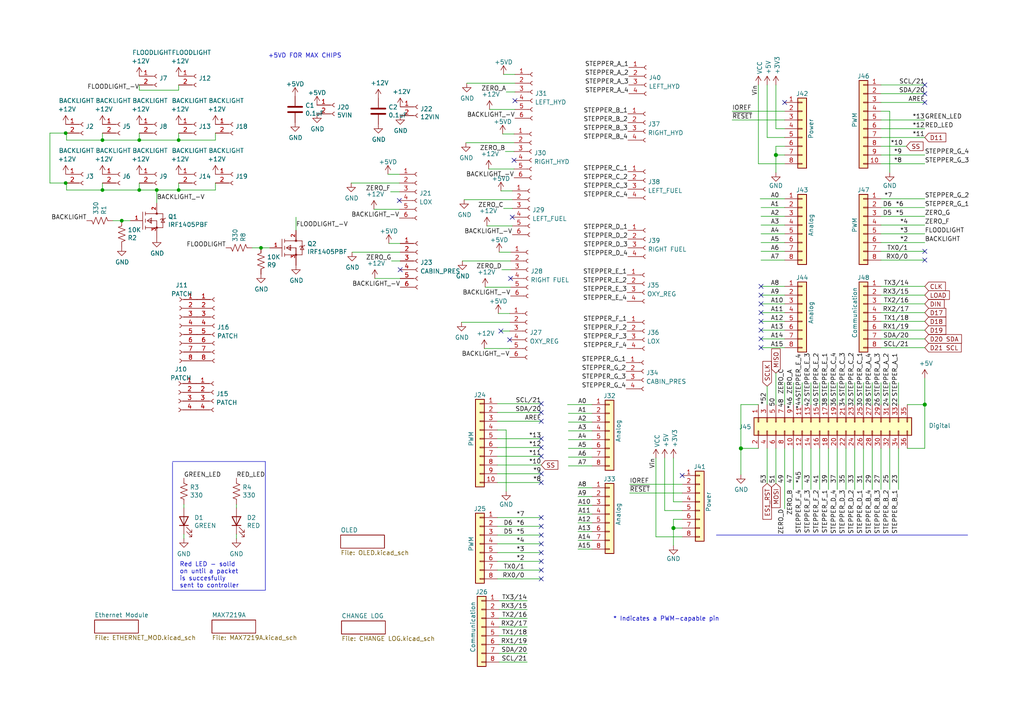
<source format=kicad_sch>
(kicad_sch (version 20231120) (generator "eeschema") (generator_version "8.0")
  (paper "A4")
  (title_block (date "mar. 31 mars 2015"))
  (junction (at 35.306 64.008))
  (junction (at 214.884 130.048) (diameter 1.016))
  (junction (at 19.05 38.608))
  (junction (at 19.05 53.086))
  (junction (at 51.816 40.64))
  (junction (at 225.044 44.958) (diameter 1.016))
  (junction (at 51.816 55.118))
  (junction (at 29.718 55.118))
  (junction (at 29.718 40.64))
  (junction (at 45.466 55.118))
  (junction (at 40.386 40.64))
  (junction (at 75.692 71.882))
  (junction (at 40.386 55.118))
  (junction (at 195.326 153.162) (diameter 1.016))
  (junction (at 268.224 117.348) (diameter 1.016))
  (no_connect (at 156.972 167.894))
  (no_connect (at 156.972 162.814))
  (no_connect (at 156.972 117.094))
  (no_connect (at 156.972 165.354))
  (no_connect (at 145.288 96.012))
  (no_connect (at 148.082 80.772))
  (no_connect (at 147.828 98.552))
  (no_connect (at 115.824 58.166))
  (no_connect (at 148.59 62.992))
  (no_connect (at 149.352 29.21))
  (no_connect (at 149.098 46.482))
  (no_connect (at 156.972 129.794))
  (no_connect (at 156.972 122.174))
  (no_connect (at 156.972 132.334))
  (no_connect (at 156.972 139.954))
  (no_connect (at 220.726 83.058))
  (no_connect (at 220.726 85.598))
  (no_connect (at 220.726 88.138))
  (no_connect (at 220.726 90.678))
  (no_connect (at 220.726 93.218))
  (no_connect (at 220.726 95.758))
  (no_connect (at 220.726 98.298))
  (no_connect (at 220.726 100.838))
  (no_connect (at 156.972 152.654))
  (no_connect (at 156.972 119.634))
  (no_connect (at 156.972 137.414))
  (no_connect (at 156.972 150.114))
  (no_connect (at 116.078 78.232))
  (no_connect (at 197.866 137.922))
  (no_connect (at 156.972 160.274))
  (no_connect (at 156.972 155.194))
  (no_connect (at 156.972 127.254))
  (no_connect (at 227.584 29.718))
  (no_connect (at 268.224 29.718))
  (no_connect (at 268.224 27.178))
  (no_connect (at 268.224 24.638))
  (no_connect (at 268.224 72.898))
  (no_connect (at 268.224 75.438))
  (no_connect (at 156.972 157.734))
  (wire (pts (xy 255.524 75.438) (xy 268.224 75.438)))
  (wire (pts (xy 255.524 42.418) (xy 262.89 42.418)))
  (wire (pts (xy 220.472 57.658) (xy 227.584 57.658)))
  (polyline (pts (xy 76.962 171.196) (xy 76.962 133.858)))
  (wire (pts (xy 135.128 41.402) (xy 149.098 41.402)))
  (wire (pts (xy 144.272 167.894) (xy 156.972 167.894)))
  (wire (pts (xy 112.776 70.612) (xy 116.078 70.612)))
  (wire (pts (xy 220.726 62.738) (xy 227.584 62.738)))
  (wire (pts (xy 190.246 155.702) (xy 190.246 132.842)))
  (wire (pts (xy 237.744 110.998) (xy 237.744 117.348)))
  (wire (pts (xy 227.584 130.048) (xy 227.584 147.574)))
  (wire (pts (xy 40.386 24.638) (xy 40.386 26.162)))
  (wire (pts (xy 220.726 83.058) (xy 227.584 83.058)))
  (wire (pts (xy 255.524 24.638) (xy 268.224 24.638)))
  (wire (pts (xy 62.484 55.118) (xy 51.816 55.118)))
  (polyline (pts (xy 50.038 133.858) (xy 76.962 133.858)))
  (wire (pts (xy 220.726 100.838) (xy 227.584 100.838)))
  (wire (pts (xy 146.812 124.714) (xy 146.812 142.494)))
  (wire (pts (xy 144.272 160.274) (xy 156.972 160.274)))
  (wire (pts (xy 268.224 117.348) (xy 268.224 130.048)))
  (wire (pts (xy 219.964 117.348) (xy 214.884 117.348)))
  (wire (pts (xy 220.726 90.678) (xy 227.584 90.678)))
  (wire (pts (xy 164.846 130.048) (xy 171.704 130.048)))
  (wire (pts (xy 134.112 75.692) (xy 148.082 75.692)))
  (wire (pts (xy 245.364 110.998) (xy 245.364 117.348)))
  (wire (pts (xy 45.466 55.118) (xy 40.386 55.118)))
  (wire (pts (xy 255.524 88.138) (xy 268.224 88.138)))
  (wire (pts (xy 225.044 42.418) (xy 225.044 44.958)))
  (wire (pts (xy 220.726 75.438) (xy 227.584 75.438)))
  (wire (pts (xy 242.824 130.048) (xy 242.824 141.986)))
  (wire (pts (xy 164.846 135.128) (xy 171.704 135.128)))
  (wire (pts (xy 197.866 155.702) (xy 190.246 155.702)))
  (wire (pts (xy 225.044 108.204) (xy 225.044 117.348)))
  (wire (pts (xy 144.272 132.334) (xy 156.972 132.334)))
  (wire (pts (xy 146.558 43.942) (xy 149.098 43.942)))
  (wire (pts (xy 225.044 44.958) (xy 225.044 50.038)))
  (wire (pts (xy 167.64 154.178) (xy 171.704 154.178)))
  (wire (pts (xy 255.524 130.048) (xy 255.524 141.986)))
  (wire (pts (xy 182.626 140.462) (xy 197.866 140.462)))
  (wire (pts (xy 225.044 37.338) (xy 227.584 37.338)))
  (wire (pts (xy 144.272 137.414) (xy 156.972 137.414)))
  (wire (pts (xy 73.152 71.882) (xy 75.692 71.882)))
  (wire (pts (xy 182.626 143.002) (xy 197.866 143.002)))
  (wire (pts (xy 222.504 39.878) (xy 227.584 39.878)))
  (wire (pts (xy 245.364 130.048) (xy 245.364 141.986)))
  (wire (pts (xy 140.462 101.092) (xy 147.828 101.092)))
  (wire (pts (xy 53.34 146.304) (xy 53.34 147.32)))
  (wire (pts (xy 222.504 24.638) (xy 222.504 39.878)))
  (wire (pts (xy 35.306 64.008) (xy 37.846 64.008)))
  (wire (pts (xy 230.124 130.048) (xy 230.124 141.986)))
  (polyline (pts (xy 50.038 134.112) (xy 50.038 171.196)))
  (wire (pts (xy 252.984 130.048) (xy 252.984 141.986)))
  (wire (pts (xy 101.854 53.086) (xy 115.824 53.086)))
  (wire (pts (xy 220.726 72.898) (xy 227.584 72.898)))
  (wire (pts (xy 113.284 55.626) (xy 115.824 55.626)))
  (wire (pts (xy 144.272 152.654) (xy 156.972 152.654)))
  (wire (pts (xy 255.524 34.798) (xy 268.224 34.798)))
  (wire (pts (xy 220.726 98.298) (xy 227.584 98.298)))
  (wire (pts (xy 225.044 24.638) (xy 225.044 37.338)))
  (wire (pts (xy 220.726 88.138) (xy 227.584 88.138)))
  (wire (pts (xy 255.524 57.658) (xy 268.224 57.658)))
  (wire (pts (xy 14.478 53.086) (xy 19.05 53.086)))
  (wire (pts (xy 255.524 37.338) (xy 268.224 37.338)))
  (wire (pts (xy 255.524 60.198) (xy 268.224 60.198)))
  (wire (pts (xy 135.382 24.13) (xy 149.352 24.13)))
  (wire (pts (xy 144.78 174.244) (xy 152.908 174.244)))
  (wire (pts (xy 144.272 119.634) (xy 156.972 119.634)))
  (wire (pts (xy 167.64 144.018) (xy 171.704 144.018)))
  (wire (pts (xy 164.846 122.428) (xy 171.704 122.428)))
  (wire (pts (xy 192.786 132.842) (xy 192.786 148.082)))
  (wire (pts (xy 195.326 132.842) (xy 195.326 145.542)))
  (wire (pts (xy 255.524 95.758) (xy 268.224 95.758)))
  (wire (pts (xy 195.326 150.622) (xy 195.326 153.162)))
  (wire (pts (xy 141.224 65.532) (xy 148.59 65.532)))
  (wire (pts (xy 32.766 64.008) (xy 35.306 64.008)))
  (wire (pts (xy 144.78 179.324) (xy 152.908 179.324)))
  (wire (pts (xy 164.846 127.508) (xy 171.704 127.508)))
  (wire (pts (xy 167.64 149.098) (xy 171.704 149.098)))
  (wire (pts (xy 112.522 50.546) (xy 115.824 50.546)))
  (wire (pts (xy 144.272 124.714) (xy 146.812 124.714)))
  (wire (pts (xy 214.884 117.348) (xy 214.884 130.048)))
  (wire (pts (xy 62.484 40.64) (xy 51.816 40.64)))
  (wire (pts (xy 219.964 130.048) (xy 214.884 130.048)))
  (wire (pts (xy 29.718 53.086) (xy 29.718 55.118)))
  (wire (pts (xy 141.732 49.022) (xy 149.098 49.022)))
  (wire (pts (xy 232.664 110.998) (xy 232.664 117.348)))
  (wire (pts (xy 255.524 44.958) (xy 268.224 44.958)))
  (wire (pts (xy 144.272 165.354) (xy 156.972 165.354)))
  (wire (pts (xy 220.726 67.818) (xy 227.584 67.818)))
  (wire (pts (xy 144.272 157.734) (xy 156.972 157.734)))
  (wire (pts (xy 235.204 110.998) (xy 235.204 117.348)))
  (wire (pts (xy 232.664 130.048) (xy 232.664 141.986)))
  (wire (pts (xy 250.444 130.048) (xy 250.444 141.986)))
  (wire (pts (xy 146.05 21.59) (xy 149.352 21.59)))
  (wire (pts (xy 255.524 65.278) (xy 268.224 65.278)))
  (wire (pts (xy 51.816 26.162) (xy 40.386 26.162)))
  (wire (pts (xy 242.824 110.998) (xy 242.824 117.348)))
  (wire (pts (xy 237.744 130.048) (xy 237.744 141.986)))
  (wire (pts (xy 146.812 26.67) (xy 149.352 26.67)))
  (wire (pts (xy 144.272 129.794) (xy 156.972 129.794)))
  (wire (pts (xy 220.726 70.358) (xy 227.584 70.358)))
  (wire (pts (xy 195.326 153.162) (xy 195.326 158.242)))
  (wire (pts (xy 212.344 32.258) (xy 227.584 32.258)))
  (wire (pts (xy 45.466 55.118) (xy 45.466 58.928)))
  (wire (pts (xy 144.78 176.784) (xy 152.908 176.784)))
  (wire (pts (xy 75.692 71.882) (xy 78.232 71.882)))
  (wire (pts (xy 197.866 150.622) (xy 195.326 150.622)))
  (wire (pts (xy 145.288 96.012) (xy 147.828 96.012)))
  (wire (pts (xy 167.64 156.718) (xy 171.704 156.718)))
  (wire (pts (xy 255.524 85.598) (xy 268.224 85.598)))
  (wire (pts (xy 268.224 109.728) (xy 268.224 117.348)))
  (wire (pts (xy 68.58 154.94) (xy 68.58 156.21)))
  (wire (pts (xy 258.064 32.258) (xy 258.064 50.038)))
  (wire (pts (xy 62.484 38.608) (xy 62.484 40.64)))
  (wire (pts (xy 144.272 162.814) (xy 156.972 162.814)))
  (wire (pts (xy 255.524 100.838) (xy 268.224 100.838)))
  (wire (pts (xy 14.478 38.608) (xy 19.05 38.608)))
  (wire (pts (xy 144.78 73.152) (xy 148.082 73.152)))
  (wire (pts (xy 167.64 159.258) (xy 171.704 159.258)))
  (wire (pts (xy 144.78 192.024) (xy 152.908 192.024)))
  (wire (pts (xy 255.524 29.718) (xy 268.224 29.718)))
  (wire (pts (xy 167.64 141.478) (xy 171.704 141.478)))
  (wire (pts (xy 263.144 117.348) (xy 268.224 117.348)))
  (wire (pts (xy 145.542 78.232) (xy 148.082 78.232)))
  (wire (pts (xy 260.604 110.998) (xy 260.604 117.348)))
  (wire (pts (xy 255.524 93.218) (xy 268.224 93.218)))
  (wire (pts (xy 220.726 65.278) (xy 227.584 65.278)))
  (wire (pts (xy 51.816 53.086) (xy 51.816 55.118)))
  (wire (pts (xy 14.478 38.608) (xy 14.478 53.086)))
  (wire (pts (xy 68.58 146.304) (xy 68.58 147.32)))
  (wire (pts (xy 144.78 186.944) (xy 152.908 186.944)))
  (wire (pts (xy 220.726 95.758) (xy 227.584 95.758)))
  (wire (pts (xy 40.386 40.64) (xy 51.816 40.64)))
  (wire (pts (xy 19.05 53.086) (xy 19.304 53.086)))
  (wire (pts (xy 167.64 151.638) (xy 171.704 151.638)))
  (wire (pts (xy 212.344 34.798) (xy 227.584 34.798)))
  (wire (pts (xy 146.05 60.452) (xy 148.59 60.452)))
  (wire (pts (xy 255.524 83.058) (xy 268.224 83.058)))
  (wire (pts (xy 227.584 44.958) (xy 225.044 44.958)))
  (wire (pts (xy 164.592 117.348) (xy 171.704 117.348)))
  (wire (pts (xy 145.288 55.372) (xy 148.59 55.372)))
  (wire (pts (xy 40.386 40.64) (xy 29.718 40.64)))
  (wire (pts (xy 258.064 110.998) (xy 258.064 117.348)))
  (wire (pts (xy 144.272 155.194) (xy 156.972 155.194)))
  (wire (pts (xy 195.326 145.542) (xy 197.866 145.542)))
  (wire (pts (xy 250.444 110.998) (xy 250.444 117.348)))
  (wire (pts (xy 29.718 40.64) (xy 19.304 40.64)))
  (wire (pts (xy 19.304 55.118) (xy 19.304 53.086)))
  (wire (pts (xy 40.386 38.608) (xy 40.386 40.64)))
  (polyline (pts (xy 50.038 171.196) (xy 76.962 171.196)))
  (wire (pts (xy 144.526 90.932) (xy 147.828 90.932)))
  (wire (pts (xy 144.272 150.114) (xy 156.972 150.114)))
  (wire (pts (xy 85.852 62.992) (xy 85.852 66.802)))
  (wire (pts (xy 220.726 60.198) (xy 227.584 60.198)))
  (wire (pts (xy 255.524 110.998) (xy 255.524 117.348)))
  (wire (pts (xy 145.796 38.862) (xy 149.098 38.862)))
  (wire (pts (xy 227.584 47.498) (xy 219.964 47.498)))
  (wire (pts (xy 222.504 112.014) (xy 222.504 117.348)))
  (wire (pts (xy 220.726 85.598) (xy 227.584 85.598)))
  (wire (pts (xy 230.124 110.998) (xy 230.124 117.348)))
  (wire (pts (xy 141.986 31.75) (xy 149.352 31.75)))
  (wire (pts (xy 225.044 130.048) (xy 225.044 140.208)))
  (wire (pts (xy 247.904 110.998) (xy 247.904 117.348)))
  (wire (pts (xy 247.904 130.048) (xy 247.904 141.986)))
  (wire (pts (xy 40.386 53.086) (xy 40.386 55.118)))
  (wire (pts (xy 164.846 132.588) (xy 171.704 132.588)))
  (wire (pts (xy 144.78 181.864) (xy 152.908 181.864)))
  (wire (pts (xy 29.718 38.608) (xy 29.718 40.64)))
  (wire (pts (xy 144.272 127.254) (xy 156.972 127.254)))
  (wire (pts (xy 222.504 130.048) (xy 222.504 140.208)))
  (wire (pts (xy 255.524 90.678) (xy 268.224 90.678)))
  (wire (pts (xy 255.524 32.258) (xy 258.064 32.258)))
  (wire (pts (xy 240.284 130.048) (xy 240.284 141.986)))
  (wire (pts (xy 29.718 55.118) (xy 19.304 55.118)))
  (wire (pts (xy 220.726 93.218) (xy 227.584 93.218)))
  (wire (pts (xy 227.584 42.418) (xy 225.044 42.418)))
  (wire (pts (xy 144.272 117.094) (xy 156.972 117.094)))
  (wire (pts (xy 51.816 38.608) (xy 51.816 40.64)))
  (wire (pts (xy 62.484 53.086) (xy 62.484 55.118)))
  (wire (pts (xy 144.78 184.404) (xy 152.908 184.404)))
  (wire (pts (xy 255.524 39.878) (xy 268.224 39.878)))
  (wire (pts (xy 51.816 24.638) (xy 51.816 26.162)))
  (wire (pts (xy 197.866 153.162) (xy 195.326 153.162)))
  (wire (pts (xy 144.272 139.954) (xy 156.972 139.954)))
  (wire (pts (xy 255.524 62.738) (xy 268.224 62.738)))
  (wire (pts (xy 144.78 189.484) (xy 152.908 189.484)))
  (wire (pts (xy 40.386 55.118) (xy 29.718 55.118)))
  (wire (pts (xy 164.846 124.968) (xy 171.704 124.968)))
  (wire (pts (xy 19.05 38.608) (xy 19.304 38.608)))
  (wire (pts (xy 255.524 98.298) (xy 268.224 98.298)))
  (wire (pts (xy 19.304 40.64) (xy 19.304 38.608)))
  (wire (pts (xy 134.62 57.912) (xy 148.59 57.912)))
  (wire (pts (xy 108.458 60.706) (xy 115.824 60.706)))
  (wire (pts (xy 268.224 130.048) (xy 263.144 130.048)))
  (wire (pts (xy 227.584 110.998) (xy 227.584 117.348)))
  (wire (pts (xy 140.716 83.312) (xy 148.082 83.312)))
  (wire (pts (xy 102.108 73.152) (xy 116.078 73.152)))
  (wire (pts (xy 51.816 55.118) (xy 45.466 55.118)))
  (wire (pts (xy 260.604 130.048) (xy 260.604 141.986)))
  (wire (pts (xy 255.524 27.178) (xy 268.224 27.178)))
  (wire (pts (xy 258.064 130.048) (xy 258.064 141.986)))
  (wire (pts (xy 255.524 70.358) (xy 268.224 70.358)))
  (wire (pts (xy 252.984 110.998) (xy 252.984 117.348)))
  (polyline (pts (xy 207.772 155.194) (xy 280.67 155.194)))
  (wire (pts (xy 255.524 67.818) (xy 268.224 67.818)))
  (wire (pts (xy 164.846 119.888) (xy 171.704 119.888)))
  (wire (pts (xy 108.712 80.772) (xy 116.078 80.772)))
  (wire (pts (xy 235.204 130.048) (xy 235.204 141.986)))
  (wire (pts (xy 113.538 75.692) (xy 116.078 75.692)))
  (wire (pts (xy 167.64 146.558) (xy 171.704 146.558)))
  (wire (pts (xy 255.524 72.898) (xy 268.224 72.898)))
  (wire (pts (xy 144.272 122.174) (xy 156.972 122.174)))
  (wire (pts (xy 219.964 47.498) (xy 219.964 24.638)))
  (wire (pts (xy 214.884 130.048) (xy 214.884 137.668)))
  (wire (pts (xy 144.272 134.874) (xy 156.972 134.874)))
  (wire (pts (xy 192.786 148.082) (xy 197.866 148.082)))
  (wire (pts (xy 53.34 154.94) (xy 53.34 156.21)))
  (wire (pts (xy 240.284 110.998) (xy 240.284 117.348)))
  (wire (pts (xy 133.858 93.472) (xy 147.828 93.472)))
  (wire (pts (xy 255.524 47.498) (xy 268.224 47.498)))
  (text "Red LED - solid\non until a packet\nis succesfully \nsent to controller" (at 52.07 170.688 0) (effects (font (size 1.27 1.27)) (justify left bottom)))
  (text "+5VD FOR MAX CHIPS" (at 77.724 17.018 0) (effects (font (size 1.27 1.27)) (justify left bottom)))
  (text "* Indicates a PWM-capable pin" (at 177.8 180.34 0) (effects (font (size 1.27 1.27)) (justify left bottom)))
  (label "A10" (at 223.52 88.138 0))
  (label "STEPPER_G_2" (at 268.224 57.658 0))
  (label "*6" (at 152.146 152.654 180))
  (label "RX0{slash}0" (at 263.398 75.438 180))
  (label "A15" (at 223.52 100.838 0))
  (label "D6" (at 146.05 152.654 0))
  (label "STEPPER_G_1" (at 181.61 105.156 180))
  (label "A2" (at 223.52 62.738 0))
  (label "RX2{slash}17" (at 263.652 90.678 180))
  (label "ZERO_A" (at 146.812 26.67 180))
  (label "STEPPER_F_2" (at 181.864 96.012 180))
  (label "A10" (at 167.64 146.558 0))
  (label "*4" (at 263.398 65.278 180))
  (label "*8" (at 156.972 139.954 180))
  (label "D5" (at 256.032 62.738 0))
  (label "A9" (at 167.64 144.018 0))
  (label "STEPPER_D_4" (at 242.824 141.986 270))
  (label "RX3{slash}15" (at 152.908 176.784 180))
  (label "STEPPER_E_4" (at 181.864 87.376 180))
  (label "ZERO_G" (at 113.538 75.692 180))
  (label "STEPPER_A_1" (at 182.372 19.558 180))
  (label "SDA{slash}20" (at 263.652 98.298 180))
  (label "26" (at 255.524 115.316 270))
  (label "FLOODLIGHT_-V" (at 40.386 26.162 180))
  (label "STEPPER_E_1" (at 181.864 79.756 180))
  (label "STEPPER_G_3" (at 268.224 47.498 0))
  (label "RX1{slash}19" (at 152.908 186.944 180))
  (label "31" (at 250.444 140.208 90))
  (label "*2" (at 152.146 162.814 180))
  (label "22" (at 260.604 115.316 270))
  (label "STEPPER_G_4" (at 268.224 44.958 0))
  (label "33" (at 247.904 140.208 90))
  (label "36" (at 242.824 115.316 270))
  (label "*2" (at 263.398 70.358 180))
  (label "Vin" (at 190.246 132.842 270))
  (label "BACKLIGHT" (at 25.146 64.008 180))
  (label "*13" (at 156.972 127.254 180))
  (label "STEPPER_B_4" (at 252.984 141.986 270))
  (label "TX1{slash}18" (at 263.652 93.218 180))
  (label "A4" (at 167.64 127.508 0))
  (label "*44" (at 232.664 115.062 270))
  (label "A3" (at 223.52 65.278 0))
  (label "STEPPER_F_3" (at 235.204 141.986 270))
  (label "*5" (at 152.146 155.194 180))
  (label "*13" (at 268.224 34.798 180))
  (label "GREEN_LED" (at 268.224 34.798 0))
  (label "STEPPER_E_3" (at 181.864 84.836 180))
  (label "STEPPER_E_2" (at 181.864 82.296 180))
  (label "STEPPER_A_3" (at 182.372 24.638 180))
  (label "STEPPER_D_3" (at 182.118 71.882 180))
  (label "STEPPER_A_3" (at 255.524 115.062 90))
  (label "*52" (at 222.504 113.792 270))
  (label "BACKLIGHT" (at 268.224 70.358 0))
  (label "*12" (at 268.224 37.338 180))
  (label "STEPPER_C_4" (at 182.118 57.404 180))
  (label "ZERO_D" (at 227.584 147.574 270))
  (label "40" (at 237.744 115.316 270))
  (label "*10" (at 156.972 134.874 180))
  (label "STEPPER_C_2" (at 247.904 115.062 90))
  (label "STEPPER_B_2" (at 258.064 141.986 270))
  (label "RED_LED" (at 68.58 138.684 0))
  (label "~{RESET}" (at 212.344 34.798 0))
  (label "D6" (at 256.032 60.198 0))
  (label "BACKLIGHT_-V" (at 147.828 103.632 180))
  (label "STEPPER_C_3" (at 182.118 54.864 180))
  (label "ZERO_A" (at 230.124 114.3 90))
  (label "ZERO_G" (at 268.224 62.738 0))
  (label "BACKLIGHT_-V" (at 116.078 83.312 180))
  (label "35" (at 245.364 140.208 90))
  (label "A5" (at 167.64 130.048 0))
  (label "STEPPER_C_4" (at 242.824 115.062 90))
  (label "*10" (at 261.874 42.418 180))
  (label "STEPPER_F_3" (at 181.864 98.552 180))
  (label "STEPPER_F_2" (at 237.744 141.986 270))
  (label "BACKLIGHT_-V" (at 149.352 34.29 180))
  (label "*4" (at 152.146 157.734 180))
  (label "D5" (at 146.05 155.194 0))
  (label "STEPPER_F_4" (at 181.864 101.092 180))
  (label "BACKLIGHT_-V" (at 45.466 58.166 0))
  (label "*12" (at 156.972 129.794 180))
  (label "STEPPER_A_4" (at 252.984 115.062 90))
  (label "STEPPER_G_4" (at 181.61 112.776 180))
  (label "BACKLIGHT_-V" (at 148.082 85.852 180))
  (label "ZERO_B" (at 146.558 43.942 180))
  (label "STEPPER_B_3" (at 182.118 38.1 180))
  (label "28" (at 252.984 115.316 270))
  (label "STEPPER_C_2" (at 182.118 52.324 180))
  (label "STEPPER_D_1" (at 182.118 66.802 180))
  (label "A1" (at 167.64 119.888 0))
  (label "TX3{slash}14" (at 152.908 174.244 180))
  (label "ZERO_C" (at 227.584 114.3 90))
  (label "*9" (at 156.972 137.414 180))
  (label "23" (at 260.604 140.208 90))
  (label "STEPPER_D_2" (at 182.118 69.342 180))
  (label "STEPPER_C_3" (at 245.364 115.062 90))
  (label "A15" (at 167.64 159.258 0))
  (label "A0" (at 167.64 117.348 0))
  (label "SCL{slash}21" (at 152.908 192.024 180))
  (label "ZERO_F" (at 113.284 55.626 180))
  (label "29" (at 252.984 140.208 90))
  (label "STEPPER_E_4" (at 232.664 115.316 90))
  (label "A13" (at 223.52 95.758 0))
  (label "SDA{slash}20" (at 156.972 119.634 180))
  (label "BACKLIGHT_-V" (at 115.824 63.246 180))
  (label "STEPPER_C_1" (at 182.118 49.784 180))
  (label "41" (at 237.744 140.208 90))
  (label "30" (at 250.444 115.316 270))
  (label "47" (at 230.124 140.208 90))
  (label "STEPPER_F_1" (at 181.864 93.472 180))
  (label "34" (at 245.364 115.316 270))
  (label "*45" (at 232.664 140.208 90))
  (label "STEPPER_B_1" (at 260.604 141.986 270))
  (label "STEPPER_D_3" (at 245.364 141.986 270))
  (label "38" (at 240.284 115.316 270))
  (label "A12" (at 167.64 151.638 0))
  (label "51" (at 225.044 140.208 90))
  (label "STEPPER_B_1" (at 182.118 33.02 180))
  (label "STEPPER_F_1" (at 240.284 141.986 270))
  (label "*7" (at 258.826 57.658 180))
  (label "SDA{slash}20" (at 268.224 27.178 180))
  (label "*8" (at 261.62 47.498 180))
  (label "STEPPER_C_1" (at 250.444 115.062 90))
  (label "STEPPER_G_3" (at 181.61 110.236 180))
  (label "RX2{slash}17" (at 152.908 181.864 180))
  (label "A9" (at 223.52 85.598 0))
  (label "RX0{slash}0" (at 152.146 167.894 180))
  (label "*11" (at 268.224 39.878 180))
  (label "*3" (at 263.398 67.818 180))
  (label "STEPPER_D_2" (at 247.904 141.986 270))
  (label "A6" (at 223.52 72.898 0))
  (label "ZERO_D" (at 145.542 78.232 180))
  (label "TX1{slash}18" (at 152.908 184.404 180))
  (label "42" (at 235.204 115.316 270))
  (label "RED_LED" (at 268.224 37.338 0))
  (label "A1" (at 223.52 60.198 0))
  (label "53" (at 222.504 140.208 90))
  (label "SDA{slash}20" (at 152.908 189.484 180))
  (label "TX0{slash}1" (at 263.398 72.898 180))
  (label "AREF" (at 156.972 122.174 180))
  (label "A13" (at 167.64 154.178 0))
  (label "24" (at 258.064 115.316 270))
  (label "FLOODLIGHT" (at 268.224 67.818 0))
  (label "RX1{slash}19" (at 263.652 95.758 180))
  (label "STEPPER_F_4" (at 232.664 141.986 270))
  (label "STEPPER_B_4" (at 182.118 40.64 180))
  (label "IOREF" (at 182.626 140.462 0))
  (label "A0" (at 223.52 57.658 0))
  (label "AREF" (at 268.224 29.718 180))
  (label "A14" (at 223.52 98.298 0))
  (label "39" (at 240.284 140.208 90))
  (label "A8" (at 223.52 83.058 0))
  (label "A7" (at 167.64 135.128 0))
  (label "ZERO_B" (at 230.124 141.986 270))
  (label "Vin" (at 219.964 24.638 270))
  (label "A6" (at 167.64 132.588 0))
  (label "27" (at 255.524 140.208 90))
  (label "37" (at 242.824 140.208 90))
  (label "25" (at 258.064 140.208 90))
  (label "*6" (at 262.128 60.198 180))
  (label "*46" (at 230.124 115.062 270))
  (label "FLOODLIGHT" (at 65.532 71.882 180))
  (label "SCL{slash}21" (at 268.224 24.638 180))
  (label "*9" (at 261.62 44.958 180))
  (label "~{RESET}" (at 182.626 143.002 0))
  (label "STEPPER_G_2" (at 181.61 107.696 180))
  (label "STEPPER_D_1" (at 250.444 141.986 270))
  (label "50" (at 225.044 115.316 270))
  (label "TX2{slash}16" (at 263.652 88.138 180))
  (label "BACKLIGHT_-V" (at 149.098 51.562 180))
  (label "STEPPER_E_1" (at 240.284 115.062 90))
  (label "STEPPER_D_4" (at 182.118 74.422 180))
  (label "TX0{slash}1" (at 152.146 165.354 180))
  (label "STEPPER_A_2" (at 258.064 115.062 90))
  (label "*5" (at 262.128 62.738 180))
  (label "*11" (at 156.972 132.334 180))
  (label "A2" (at 167.64 122.428 0))
  (label "STEPPER_G_1" (at 268.224 60.198 0))
  (label "IOREF" (at 212.344 32.258 0))
  (label "TX2{slash}16" (at 152.908 179.324 180))
  (label "*7" (at 152.146 150.114 180))
  (label "GREEN_LED" (at 53.34 138.684 0))
  (label "STEPPER_A_2" (at 182.372 22.098 180))
  (label "A7" (at 223.52 75.438 0))
  (label "ZERO_C" (at 146.05 60.452 180))
  (label "A3" (at 167.64 124.968 0))
  (label "A11" (at 223.52 90.678 0))
  (label "A4" (at 223.52 67.818 0))
  (label "STEPPER_B_2" (at 182.118 35.56 180))
  (label "49" (at 227.584 140.208 90))
  (label "A5" (at 223.52 70.358 0))
  (label "STEPPER_E_2" (at 237.744 115.062 90))
  (label "RX3{slash}15" (at 263.652 85.598 180))
  (label "SCL{slash}21" (at 156.972 117.094 180))
  (label "TX3{slash}14" (at 263.652 83.058 180))
  (label "STEPPER_B_3" (at 255.524 141.986 270))
  (label "A11" (at 167.64 149.098 0))
  (label "A8" (at 167.64 141.478 0))
  (label "STEPPER_A_1" (at 260.604 115.062 90))
  (label "FLOODLIGHT_-V" (at 85.852 66.04 0))
  (label "*3" (at 152.146 160.274 180))
  (label "32" (at 247.904 115.316 270))
  (label "43" (at 235.204 140.208 90))
  (label "ZERO_F" (at 268.224 65.278 0))
  (label "STEPPER_E_3" (at 235.204 115.062 90))
  (label "STEPPER_A_4" (at 182.372 27.178 180))
  (label "A12" (at 223.52 93.218 0))
  (label "A14" (at 167.64 156.718 0))
  (label "SCL{slash}21" (at 263.652 100.838 180))
  (label "BACKLIGHT_-V" (at 148.59 68.072 180))
  (label "48" (at 227.584 115.57 270))
  (global_label "D20 SDA" (shape input) (at 268.224 98.298 0) (property "Intersheetrefs" "${INTERSHEET_REFS}" (effects (hide yes))))
  (global_label "SS" (shape input) (at 156.972 134.874 0) (property "Intersheetrefs" "${INTERSHEET_REFS}" (effects (hide yes))))
  (global_label "SS" (shape input) (at 262.89 42.418 0) (property "Intersheetrefs" "${INTERSHEET_REFS}" (effects (hide yes))))
  (global_label "D17" (shape input) (at 268.224 90.678 0) (property "Intersheetrefs" "${INTERSHEET_REFS}" (effects (hide yes))))
  (global_label "ES1_RST" (shape input) (at 222.504 140.208 270) (property "Intersheetrefs" "${INTERSHEET_REFS}" (effects (hide yes))))
  (global_label "MISO" (shape input) (at 225.044 108.204 90) (property "Intersheetrefs" "${INTERSHEET_REFS}" (effects (hide yes))))
  (global_label "MOSI" (shape input) (at 225.044 140.208 270) (property "Intersheetrefs" "${INTERSHEET_REFS}" (effects (hide yes))))
  (global_label "CLK" (shape input) (at 268.224 83.058 0) (property "Intersheetrefs" "${INTERSHEET_REFS}" (effects (hide yes))))
  (global_label "SCLK" (shape input) (at 222.504 112.014 90) (property "Intersheetrefs" "${INTERSHEET_REFS}" (effects (hide yes))))
  (global_label "D11" (shape input) (at 268.224 39.878 0) (property "Intersheetrefs" "${INTERSHEET_REFS}" (effects (hide yes))))
  (global_label "LOAD" (shape input) (at 268.224 85.598 0) (property "Intersheetrefs" "${INTERSHEET_REFS}" (effects (hide yes))))
  (global_label "D18" (shape input) (at 268.224 93.218 0) (property "Intersheetrefs" "${INTERSHEET_REFS}" (effects (hide yes))))
  (global_label "D19" (shape input) (at 268.224 95.758 0) (property "Intersheetrefs" "${INTERSHEET_REFS}" (effects (hide yes))))
  (global_label "D21 SCL" (shape input) (at 268.224 100.838 0) (property "Intersheetrefs" "${INTERSHEET_REFS}" (effects (hide yes))))
  (global_label "DIN" (shape input) (at 268.224 88.138 0) (property "Intersheetrefs" "${INTERSHEET_REFS}" (effects (hide yes))))
  (symbol (lib_id "Connector_Generic:Conn_01x08") (at 232.664 37.338 0) (unit 1)
    (property "Reference" "J42" (at 232.664 27.178 0))
    (property "Value" "Power" (at 235.204 37.338 90))
    (property "Footprint" "Connector_PinSocket_2.54mm:PinSocket_1x08_P2.54mm_Vertical" (effects (hide yes)))
  )
  (symbol (lib_id "power:+3V3") (at 225.044 24.638 0) (unit 1)
    (property "Reference" "#PWR057" (effects (hide yes)))
    (property "Value" "+3V3" (at 225.425 21.59 90) (effects (justify left)))
  )
  (symbol (lib_id "power:+5V") (at 222.504 24.638 0) (unit 1)
    (property "Reference" "#PWR056" (effects (hide yes)))
    (property "Value" "+5V" (at 222.8596 21.59 90) (effects (justify left)))
  )
  (symbol (lib_id "power:GND") (at 225.044 50.038 0) (unit 1)
    (property "Reference" "#PWR058" (effects (hide yes)))
    (property "Value" "GND" (at 225.044 53.848 0))
  )
  (symbol (lib_id "Connector_Generic:Conn_01x10") (at 250.444 34.798 0) (mirror y) (unit 1)
    (property "Reference" "J46" (at 250.444 22.098 0))
    (property "Value" "PWM" (at 247.904 34.798 90))
    (property "Footprint" "Connector_PinSocket_2.54mm:PinSocket_1x10_P2.54mm_Vertical" (effects (hide yes)))
  )
  (symbol (lib_id "power:GND") (at 258.064 50.038 0) (unit 1)
    (property "Reference" "#PWR059" (effects (hide yes)))
    (property "Value" "GND" (at 258.064 53.848 0))
  )
  (symbol (lib_id "Connector_Generic:Conn_01x08") (at 232.664 65.278 0) (unit 1)
    (property "Reference" "J43" (at 232.664 55.118 0))
    (property "Value" "Analog" (at 235.204 65.278 90))
    (property "Footprint" "Connector_PinSocket_2.54mm:PinSocket_1x08_P2.54mm_Vertical" (effects (hide yes)))
  )
  (symbol (lib_id "Connector_Generic:Conn_01x08") (at 250.444 65.278 0) (mirror y) (unit 1)
    (property "Reference" "J47" (at 250.444 55.118 0))
    (property "Value" "PWM" (at 247.904 65.278 90))
    (property "Footprint" "Connector_PinSocket_2.54mm:PinSocket_1x08_P2.54mm_Vertical" (effects (hide yes)))
  )
  (symbol (lib_id "Connector_Generic:Conn_01x08") (at 232.664 90.678 0) (unit 1)
    (property "Reference" "J44" (at 232.664 80.518 0))
    (property "Value" "Analog" (at 235.204 90.678 90))
    (property "Footprint" "Connector_PinSocket_2.54mm:PinSocket_1x08_P2.54mm_Vertical" (effects (hide yes)))
  )
  (symbol (lib_id "Connector_Generic:Conn_01x08") (at 250.444 90.678 0) (mirror y) (unit 1)
    (property "Reference" "J48" (at 250.444 80.518 0))
    (property "Value" "Communication" (at 247.904 90.678 90))
    (property "Footprint" "Connector_PinSocket_2.54mm:PinSocket_1x08_P2.54mm_Vertical" (effects (hide yes)))
  )
  (symbol (lib_id "Connector_Generic:Conn_02x18_Odd_Even") (at 240.284 122.428 90) (mirror x) (unit 1)
    (property "Reference" "J45" (at 217.9319 123.8186 90) (effects (justify left)))
    (property "Value" "Digital" (at 272.542 123.444 90))
    (property "Footprint" "Connector_PinSocket_2.54mm:PinSocket_2x18_P2.54mm_Vertical" (effects (hide yes)))
  )
  (symbol (lib_id "power:GND") (at 214.884 137.668 0) (unit 1)
    (property "Reference" "#PWR054" (effects (hide yes)))
    (property "Value" "GND" (at 214.9983 141.9924 0))
  )
  (symbol (lib_id "power:+5V") (at 268.224 109.728 0) (unit 1)
    (property "Reference" "#PWR060" (effects (hide yes)))
    (property "Value" "+5V" (at 268.5923 105.4036 0))
  )
  (symbol (lib_id "power:GND") (at 133.858 93.472 0) (unit 1)
    (property "Reference" "#PWR034" (effects (hide yes)))
    (property "Value" "GND" (at 133.985 97.8662 0))
  )
  (symbol (lib_id "Connector:Conn_01x02_Female") (at 45.466 36.068 0) (unit 1)
    (property "Reference" "J8" (at 46.1772 36.6776 0) (effects (justify left)))
    (property "Value" "BACKLIGHT" (at 38.354 29.21 0) (effects (justify left)))
    (property "Footprint" "Connector_Molex:Molex_KK-254_AE-6410-02A_1x02_P2.54mm_Vertical" (effects (hide yes)))
  )
  (symbol (lib_id "power:GND") (at 135.382 24.13 0) (unit 1)
    (property "Reference" "#PWR038" (effects (hide yes)))
    (property "Value" "GND" (at 135.509 28.5242 0))
  )
  (symbol (lib_id "power:+12V") (at 141.986 31.75 0) (unit 1)
    (property "Reference" "#PWR043" (effects (hide yes)))
    (property "Value" "+12V" (at 142.367 27.3558 0))
  )
  (symbol (lib_id "power:GND") (at 102.108 73.152 0) (unit 1)
    (property "Reference" "#PWR025" (effects (hide yes)))
    (property "Value" "GND" (at 102.235 77.5462 0))
  )
  (symbol (lib_id "Connector:Conn_01x02_Female") (at 34.798 36.068 0) (unit 1)
    (property "Reference" "J5" (at 35.5092 36.6776 0) (effects (justify left)))
    (property "Value" "BACKLIGHT" (at 27.686 29.21 0) (effects (justify left)))
    (property "Footprint" "Connector_Molex:Molex_KK-254_AE-6410-02A_1x02_P2.54mm_Vertical" (effects (hide yes)))
  )
  (symbol (lib_id "power:+12V") (at 40.386 36.068 0) (unit 1)
    (property "Reference" "#PWR09" (effects (hide yes)))
    (property "Value" "+12V" (at 40.767 31.6738 0))
  )
  (symbol (lib_id "Hornet-Forward-Output-Upper-Shield-rescue:IRF1405PBF-Mosfet-Hornet-Forward-Output-Upper-Shield-rescue") (at 35.306 64.008 0) (unit 1)
    (property "Reference" "Q1" (at 48.7172 62.8396 0) (effects (justify left)))
    (property "Value" "IRF1405PBF" (at 48.7172 65.151 0) (effects (justify left)))
    (property "Footprint" "Package_TO_SOT_THT:TO-220-3_Vertical" (effects (hide yes)))
    (property "Datasheet" "https://www.infineon.com/dgdl/irf1405pbf.pdf?fileId=5546d462533600a4015355db084a18bb" (effects (hide yes)))
    (property "automotive" "No" (effects (hide yes)))
    (property "category" "Trans" (effects (hide yes)))
    (property "continuous drain current" "169A" (effects (hide yes)))
    (property "depletion mode" "False" (effects (hide yes)))
    (property "device class L1" "Discrete Semiconductors" (effects (hide yes)))
    (property "device class L2" "Transistors" (effects (hide yes)))
    (property "device class L3" "MOSFETs" (effects (hide yes)))
    (property "digikey description" "MOSFET N-CH 55V 169A TO-220AB" (effects (hide yes)))
    (property "digikey part number" "IRF1405PBF-ND" (effects (hide yes)))
    (property "drain to source breakdown voltage" "55V" (effects (hide yes)))
    (property "drain to source resistance" "4.6mΩ" (effects (hide yes)))
    (property "drain to source voltage" "55V" (effects (hide yes)))
    (property "footprint url" "https://www.infineon.com/dgdl/po-to220ab-fp.pdf?fileId=5546d462580663ef0158068cfbee01be" (effects (hide yes)))
    (property "gate charge at vgs" "170nC @ 10V" (effects (hide yes)))
    (property "gate to source voltage" "20V" (effects (hide yes)))
    (property "height" "19.8mm" (effects (hide yes)))
    (property "input capacitace at vds" "5480pF @ 25V" (effects (hide yes)))
    (property "ipc land pattern name" "TO-220" (effects (hide yes)))
    (property "lead free" "Yes" (effects (hide yes)))
    (property "library id" "802d71249bb95e7c" (effects (hide yes)))
    (property "manufacturer" "International Rectifier" (effects (hide yes)))
    (property "max forward diode voltage" "1.3V" (effects (hide yes)))
    (property "max junction temp" "+175°C" (effects (hide yes)))
    (property "mouser description" "MOSFET Operating temperature: -55...+175 °C Housing type: TO-220AB Polarity: N Power dissipation: 330 W" (effects (hide yes)))
    (property "mouser part number" "942-IRF1405PBF" (effects (hide yes)))
    (property "number of N channels" "1" (effects (hide yes)))
    (property "number of channels" "1" (effects (hide yes)))
    (property "package" "TO-220AB" (effects (hide yes)))
    (property "power dissipation" "330W" (effects (hide yes)))
    (property "pulse drain current" "680A" (effects (hide yes)))
    (property "reverse recovery charge" "250nC" (effects (hide yes)))
    (property "reverse recovery time" "88ns" (effects (hide yes)))
    (property "rohs" "Yes" (effects (hide yes)))
    (property "rthja max" "62°C/W" (effects (hide yes)))
    (property "standoff height" "3.37mm" (effects (hide yes)))
    (property "temperature range high" "+175°C" (effects (hide yes)))
    (property "temperature range low" "-55°C" (effects (hide yes)))
    (property "threshold vgs max" "4V" (effects (hide yes)))
    (property "threshold vgs min" "2V" (effects (hide yes)))
    (property "turn off delay time" "130ns" (effects (hide yes)))
    (property "turn on delay time" "13ns" (effects (hide yes)))
  )
  (symbol (lib_id "Connector:Conn_01x08_Female") (at 62.23 94.488 0) (unit 1)
    (property "Reference" "J16" (at 62.9412 94.9233 0) (effects (justify left)))
    (property "Value" "PATCH" (at 62.9412 97.4602 0) (effects (justify left)))
    (property "Footprint" "Connector_PinHeader_2.54mm:PinHeader_1x08_P2.54mm_Vertical" (effects (hide yes)))
  )
  (symbol (lib_id "Device:R_US") (at 68.58 142.494 0) (unit 1)
    (property "Reference" "R4" (at 70.3072 141.3256 0) (effects (justify left)))
    (property "Value" "330" (at 70.3072 143.637 0) (effects (justify left)))
    (property "Footprint" "Resistor_THT:R_Axial_DIN0204_L3.6mm_D1.6mm_P2.54mm_Vertical" (effects (hide yes)))
  )
  (symbol (lib_id "power:+5VD") (at 146.05 21.59 0) (unit 1)
    (property "Reference" "#PWR048" (effects (hide yes)))
    (property "Value" "+5VD" (at 146.05 18.0142 0))
  )
  (symbol (lib_id "power:+12V") (at 40.386 50.546 0) (unit 1)
    (property "Reference" "#PWR010" (effects (hide yes)))
    (property "Value" "+12V" (at 40.767 46.1518 0))
  )
  (symbol (lib_id "Connector:Conn_01x02_Female") (at 56.896 36.068 0) (unit 1)
    (property "Reference" "J13" (at 57.6072 36.6776 0) (effects (justify left)))
    (property "Value" "BACKLIGHT" (at 49.784 29.21 0) (effects (justify left)))
    (property "Footprint" "Connector_Molex:Molex_KK-254_AE-6410-02A_1x02_P2.54mm_Vertical" (effects (hide yes)))
  )
  (symbol (lib_id "Connector_Generic:Conn_01x08") (at 202.946 145.542 0) (unit 1)
    (property "Reference" "J41" (at 202.946 135.382 0))
    (property "Value" "Power" (at 205.486 145.542 90))
    (property "Footprint" "Connector_PinSocket_2.54mm:PinSocket_1x08_P2.54mm_Vertical" (effects (hide yes)))
  )
  (symbol (lib_id "power:+5V") (at 192.786 132.842 0) (unit 1)
    (property "Reference" "#PWR051" (effects (hide yes)))
    (property "Value" "+5V" (at 193.1416 129.794 90) (effects (justify left)))
  )
  (symbol (lib_id "power:GND") (at 135.128 41.402 0) (unit 1)
    (property "Reference" "#PWR037" (effects (hide yes)))
    (property "Value" "GND" (at 135.255 45.7962 0))
  )
  (symbol (lib_id "Connector:Conn_01x06_Female") (at 154.178 43.942 0) (unit 1)
    (property "Reference" "J30" (at 154.8892 44.3773 0) (effects (justify left)))
    (property "Value" "RIGHT_HYD" (at 154.8892 46.9142 0) (effects (justify left)))
    (property "Footprint" "Connector_Molex:Molex_KK-254_AE-6410-06A_1x06_P2.54mm_Vertical" (effects (hide yes)))
  )
  (symbol (lib_id "power:GND") (at 146.812 142.494 0) (unit 1)
    (property "Reference" "#PWR049" (effects (hide yes)))
    (property "Value" "GND" (at 146.812 146.304 0))
  )
  (symbol (lib_id "Device:R_US") (at 53.34 142.494 0) (unit 1)
    (property "Reference" "R3" (at 55.0672 141.3256 0) (effects (justify left)))
    (property "Value" "330" (at 55.0672 143.637 0) (effects (justify left)))
    (property "Footprint" "Resistor_THT:R_Axial_DIN0204_L3.6mm_D1.6mm_P2.54mm_Vertical" (effects (hide yes)))
  )
  (symbol (lib_id "Connector:Conn_01x04_Female") (at 186.944 82.296 0) (unit 1)
    (property "Reference" "J35" (at 187.6552 82.7313 0) (effects (justify left)))
    (property "Value" "OXY_REG" (at 187.6552 85.2682 0) (effects (justify left)))
    (property "Footprint" "Connector_Molex:Molex_KK-254_AE-6410-04A_1x04_P2.54mm_Vertical" (effects (hide yes)))
  )
  (symbol (lib_id "Device:C") (at 109.728 32.258 0) (unit 1)
    (property "Reference" "C2" (at 112.649 31.0896 0) (effects (justify left)))
    (property "Value" "0.1uF" (at 112.649 33.401 0) (effects (justify left)))
    (property "Footprint" "Capacitor_THT:C_Disc_D4.3mm_W1.9mm_P5.00mm" (effects (hide yes)))
  )
  (symbol (lib_id "Connector_Generic:Conn_01x08") (at 139.7 181.864 0) (mirror y) (unit 1)
    (property "Reference" "J26" (at 139.7 171.704 0))
    (property "Value" "Communication" (at 137.16 181.864 90))
    (property "Footprint" "Connector_PinSocket_2.54mm:PinSocket_1x08_P2.54mm_Vertical" (effects (hide yes)))
  )
  (symbol (lib_id "power:GND") (at 109.728 36.068 0) (unit 1)
    (property "Reference" "#PWR029" (effects (hide yes)))
    (property "Value" "GND" (at 109.855 40.4622 0))
  )
  (symbol (lib_id "Device:R_US") (at 35.306 67.818 0) (mirror x) (unit 1)
    (property "Reference" "R2" (at 37.0332 68.9864 0) (effects (justify left)))
    (property "Value" "10K" (at 37.0332 66.675 0) (effects (justify left)))
    (property "Footprint" "Resistor_THT:R_Axial_DIN0204_L3.6mm_D1.6mm_P2.54mm_Vertical" (effects (hide yes)))
  )
  (symbol (lib_id "Connector:Conn_01x02_Female") (at 67.564 36.068 0) (unit 1)
    (property "Reference" "J18" (at 68.2752 36.6776 0) (effects (justify left)))
    (property "Value" "BACKLIGHT" (at 60.452 29.21 0) (effects (justify left)))
    (property "Footprint" "Connector_Molex:Molex_KK-254_AE-6410-02A_1x02_P2.54mm_Vertical" (effects (hide yes)))
  )
  (symbol (lib_id "Hornet-Forward-Output-Upper-Shield-rescue:IRF1405PBF-Mosfet-Hornet-Forward-Output-Upper-Shield-rescue") (at 75.692 71.882 0) (unit 1)
    (property "Reference" "Q2" (at 89.1032 70.7136 0) (effects (justify left)))
    (property "Value" "IRF1405PBF" (at 89.1032 73.025 0) (effects (justify left)))
    (property "Footprint" "Package_TO_SOT_THT:TO-220-3_Vertical" (effects (hide yes)))
    (property "Datasheet" "https://www.infineon.com/dgdl/irf1405pbf.pdf?fileId=5546d462533600a4015355db084a18bb" (effects (hide yes)))
    (property "automotive" "No" (effects (hide yes)))
    (property "category" "Trans" (effects (hide yes)))
    (property "continuous drain current" "169A" (effects (hide yes)))
    (property "depletion mode" "False" (effects (hide yes)))
    (property "device class L1" "Discrete Semiconductors" (effects (hide yes)))
    (property "device class L2" "Transistors" (effects (hide yes)))
    (property "device class L3" "MOSFETs" (effects (hide yes)))
    (property "digikey description" "MOSFET N-CH 55V 169A TO-220AB" (effects (hide yes)))
    (property "digikey part number" "IRF1405PBF-ND" (effects (hide yes)))
    (property "drain to source breakdown voltage" "55V" (effects (hide yes)))
    (property "drain to source resistance" "4.6mΩ" (effects (hide yes)))
    (property "drain to source voltage" "55V" (effects (hide yes)))
    (property "footprint url" "https://www.infineon.com/dgdl/po-to220ab-fp.pdf?fileId=5546d462580663ef0158068cfbee01be" (effects (hide yes)))
    (property "gate charge at vgs" "170nC @ 10V" (effects (hide yes)))
    (property "gate to source voltage" "20V" (effects (hide yes)))
    (property "height" "19.8mm" (effects (hide yes)))
    (property "input capacitace at vds" "5480pF @ 25V" (effects (hide yes)))
    (property "ipc land pattern name" "TO-220" (effects (hide yes)))
    (property "lead free" "Yes" (effects (hide yes)))
    (property "library id" "802d71249bb95e7c" (effects (hide yes)))
    (property "manufacturer" "International Rectifier" (effects (hide yes)))
    (property "max forward diode voltage" "1.3V" (effects (hide yes)))
    (property "max junction temp" "+175°C" (effects (hide yes)))
    (property "mouser description" "MOSFET Operating temperature: -55...+175 °C Housing type: TO-220AB Polarity: N Power dissipation: 330 W" (effects (hide yes)))
    (property "mouser part number" "942-IRF1405PBF" (effects (hide yes)))
    (property "number of N channels" "1" (effects (hide yes)))
    (property "number of channels" "1" (effects (hide yes)))
    (property "package" "TO-220AB" (effects (hide yes)))
    (property "power dissipation" "330W" (effects (hide yes)))
    (property "pulse drain current" "680A" (effects (hide yes)))
    (property "reverse recovery charge" "250nC" (effects (hide yes)))
    (property "reverse recovery time" "88ns" (effects (hide yes)))
    (property "rohs" "Yes" (effects (hide yes)))
    (property "rthja max" "62°C/W" (effects (hide yes)))
    (property "standoff height" "3.37mm" (effects (hide yes)))
    (property "temperature range high" "+175°C" (effects (hide yes)))
    (property "temperature range low" "-55°C" (effects (hide yes)))
    (property "threshold vgs max" "4V" (effects (hide yes)))
    (property "threshold vgs min" "2V" (effects (hide yes)))
    (property "turn off delay time" "130ns" (effects (hide yes)))
    (property "turn on delay time" "13ns" (effects (hide yes)))
  )
  (symbol (lib_id "Connector:Conn_01x02_Female") (at 34.798 50.546 0) (unit 1)
    (property "Reference" "J6" (at 35.5092 51.1556 0) (effects (justify left)))
    (property "Value" "BACKLIGHT" (at 27.686 43.688 0) (effects (justify left)))
    (property "Footprint" "Connector_Molex:Molex_KK-254_AE-6410-02A_1x02_P2.54mm_Vertical" (effects (hide yes)))
  )
  (symbol (lib_id "power:+12V") (at 51.816 36.068 0) (unit 1)
    (property "Reference" "#PWR013" (effects (hide yes)))
    (property "Value" "+12V" (at 52.197 31.6738 0))
  )
  (symbol (lib_id "power:+12V") (at 141.732 49.022 0) (unit 1)
    (property "Reference" "#PWR042" (effects (hide yes)))
    (property "Value" "+12V" (at 142.113 44.6278 0))
  )
  (symbol (lib_id "power:GND") (at 116.078 33.528 0) (unit 1)
    (property "Reference" "#PWR033" (effects (hide yes)))
    (property "Value" "GND" (at 116.205 37.9222 0))
  )
  (symbol (lib_id "Connector:Conn_01x02_Female") (at 121.158 30.988 0) (unit 1)
    (property "Reference" "J22" (at 121.8692 31.5976 0) (effects (justify left)))
    (property "Value" "12VIN" (at 121.8692 33.909 0) (effects (justify left)))
    (property "Footprint" "Connector_BarrelJack:BarrelJack_Horizontal" (effects (hide yes)))
  )
  (symbol (lib_id "power:+5VD") (at 144.78 73.152 0) (unit 1)
    (property "Reference" "#PWR045" (effects (hide yes)))
    (property "Value" "+5VD" (at 144.78 69.5762 0))
  )
  (symbol (lib_id "power:VCC") (at 219.964 24.638 0) (unit 1)
    (property "Reference" "#PWR055" (effects (hide yes)))
    (property "Value" "VCC" (at 220.345 21.59 90) (effects (justify left)))
  )
  (symbol (lib_id "Device:R_US") (at 75.692 75.692 0) (mirror x) (unit 1)
    (property "Reference" "R9" (at 77.4192 76.8604 0) (effects (justify left)))
    (property "Value" "10K" (at 77.4192 74.549 0) (effects (justify left)))
    (property "Footprint" "Resistor_THT:R_Axial_DIN0204_L3.6mm_D1.6mm_P2.54mm_Vertical" (effects (hide yes)))
  )
  (symbol (lib_id "power:+12V") (at 19.05 36.068 0) (unit 1)
    (property "Reference" "#PWR02" (effects (hide yes)))
    (property "Value" "+12V" (at 19.431 31.6738 0))
  )
  (symbol (lib_id "Connector:Conn_01x04_Female") (at 186.944 96.012 0) (unit 1)
    (property "Reference" "J36" (at 187.6552 96.4473 0) (effects (justify left)))
    (property "Value" "LOX" (at 187.6552 98.9842 0) (effects (justify left)))
    (property "Footprint" "Connector_Molex:Molex_KK-254_AE-6410-04A_1x04_P2.54mm_Vertical" (effects (hide yes)))
  )
  (symbol (lib_id "Connector:Conn_01x06_Female") (at 154.432 26.67 0) (unit 1)
    (property "Reference" "J31" (at 155.1432 27.1053 0) (effects (justify left)))
    (property "Value" "LEFT_HYD" (at 155.1432 29.6422 0) (effects (justify left)))
    (property "Footprint" "Connector_Molex:Molex_KK-254_AE-6410-06A_1x06_P2.54mm_Vertical" (effects (hide yes)))
  )
  (symbol (lib_id "power:+3V3") (at 195.326 132.842 0) (unit 1)
    (property "Reference" "#PWR052" (effects (hide yes)))
    (property "Value" "+3V3" (at 195.707 129.794 90) (effects (justify left)))
  )
  (symbol (lib_id "Connector_Generic:Conn_01x08") (at 176.784 149.098 0) (unit 1)
    (property "Reference" "J33" (at 176.784 138.938 0))
    (property "Value" "Analog" (at 179.324 149.098 90))
    (property "Footprint" "Connector_PinSocket_2.54mm:PinSocket_1x08_P2.54mm_Vertical" (effects (hide yes)))
  )
  (symbol (lib_id "power:+12V") (at 108.458 60.706 0) (unit 1)
    (property "Reference" "#PWR026" (effects (hide yes)))
    (property "Value" "+12V" (at 108.839 56.3118 0))
  )
  (symbol (lib_id "power:+12V") (at 140.462 101.092 0) (unit 1)
    (property "Reference" "#PWR039" (effects (hide yes)))
    (property "Value" "+12V" (at 140.843 96.6978 0))
  )
  (symbol (lib_id "power:+12V") (at 29.718 36.068 0) (unit 1)
    (property "Reference" "#PWR05" (effects (hide yes)))
    (property "Value" "+12V" (at 30.099 31.6738 0))
  )
  (symbol (lib_id "Device:C") (at 85.598 31.75 0) (unit 1)
    (property "Reference" "C1" (at 88.519 30.5816 0) (effects (justify left)))
    (property "Value" "0.1uF" (at 88.519 32.893 0) (effects (justify left)))
    (property "Footprint" "Capacitor_THT:C_Disc_D4.3mm_W1.9mm_P5.00mm" (effects (hide yes)))
  )
  (symbol (lib_id "power:GND") (at 134.62 57.912 0) (unit 1)
    (property "Reference" "#PWR036" (effects (hide yes)))
    (property "Value" "GND" (at 134.747 62.3062 0))
  )
  (symbol (lib_id "power:GND") (at 195.326 158.242 0) (unit 1)
    (property "Reference" "#PWR053" (effects (hide yes)))
    (property "Value" "GND" (at 195.326 162.052 0))
  )
  (symbol (lib_id "power:GND") (at 85.598 35.56 0) (unit 1)
    (property "Reference" "#PWR021" (effects (hide yes)))
    (property "Value" "GND" (at 85.725 39.9542 0))
  )
  (symbol (lib_id "Connector:Conn_01x02_Female") (at 24.13 36.068 0) (unit 1)
    (property "Reference" "J2" (at 24.8412 36.6776 0) (effects (justify left)))
    (property "Value" "BACKLIGHT" (at 17.018 29.21 0) (effects (justify left)))
    (property "Footprint" "Connector_Molex:Molex_KK-254_AE-6410-02A_1x02_P2.54mm_Vertical" (effects (hide yes)))
  )
  (symbol (lib_id "power:+5VD") (at 145.288 55.372 0) (unit 1)
    (property "Reference" "#PWR046" (effects (hide yes)))
    (property "Value" "+5VD" (at 145.288 51.7962 0))
  )
  (symbol (lib_id "power:+12V") (at 62.484 50.546 0) (unit 1)
    (property "Reference" "#PWR018" (effects (hide yes)))
    (property "Value" "+12V" (at 62.865 46.1518 0))
  )
  (symbol (lib_id "Connector:Conn_01x04_Female") (at 187.198 35.56 0) (unit 1)
    (property "Reference" "J37" (at 187.9092 35.9953 0) (effects (justify left)))
    (property "Value" "RIGHT_HYD" (at 187.9092 38.5322 0) (effects (justify left)))
    (property "Footprint" "Connector_Molex:Molex_KK-254_AE-6410-04A_1x04_P2.54mm_Vertical" (effects (hide yes)))
  )
  (symbol (lib_id "power:+5VD") (at 144.526 90.932 0) (unit 1)
    (property "Reference" "#PWR044" (effects (hide yes)))
    (property "Value" "+5VD" (at 144.526 87.3562 0))
  )
  (symbol (lib_id "power:+5VD") (at 112.776 70.612 0) (unit 1)
    (property "Reference" "#PWR031" (effects (hide yes)))
    (property "Value" "+5VD" (at 112.776 67.0362 0))
  )
  (symbol (lib_id "Connector:Conn_01x02_Female") (at 56.896 50.546 0) (unit 1)
    (property "Reference" "J14" (at 57.6072 51.1556 0) (effects (justify left)))
    (property "Value" "BACKLIGHT" (at 49.784 43.688 0) (effects (justify left)))
    (property "Footprint" "Connector_Molex:Molex_KK-254_AE-6410-02A_1x02_P2.54mm_Vertical" (effects (hide yes)))
  )
  (symbol (lib_id "Connector:Conn_01x04_Female") (at 51.816 113.792 0) (mirror y) (unit 1)
    (property "Reference" "J10" (at 52.451 107.095 0))
    (property "Value" "PATCH" (at 52.451 109.6319 0))
    (property "Footprint" "Connector_PinHeader_2.54mm:PinHeader_1x04_P2.54mm_Vertical" (effects (hide yes)))
  )
  (symbol (lib_id "Connector:Conn_01x04_Female") (at 187.452 22.098 0) (unit 1)
    (property "Reference" "J40" (at 188.1632 22.5333 0) (effects (justify left)))
    (property "Value" "LEFT_HYD" (at 188.1632 25.0702 0) (effects (justify left)))
    (property "Footprint" "Connector_Molex:Molex_KK-254_AE-6410-04A_1x04_P2.54mm_Vertical" (effects (hide yes)))
  )
  (symbol (lib_id "power:+12V") (at 140.716 83.312 0) (unit 1)
    (property "Reference" "#PWR040" (effects (hide yes)))
    (property "Value" "+12V" (at 141.097 78.9178 0))
  )
  (symbol (lib_id "power:+12V") (at 19.05 50.546 0) (unit 1)
    (property "Reference" "#PWR03" (effects (hide yes)))
    (property "Value" "+12V" (at 19.431 46.1518 0))
  )
  (symbol (lib_id "power:+5VD") (at 112.522 50.546 0) (unit 1)
    (property "Reference" "#PWR030" (effects (hide yes)))
    (property "Value" "+5VD" (at 112.522 46.9702 0))
  )
  (symbol (lib_id "Connector:Conn_01x08_Female") (at 52.07 94.488 0) (mirror y) (unit 1)
    (property "Reference" "J11" (at 52.705 82.711 0))
    (property "Value" "PATCH" (at 52.705 85.2479 0))
    (property "Footprint" "Connector_PinHeader_2.54mm:PinHeader_1x08_P2.54mm_Vertical" (effects (hide yes)))
  )
  (symbol (lib_id "power:+12V") (at 62.484 36.068 0) (unit 1)
    (property "Reference" "#PWR017" (effects (hide yes)))
    (property "Value" "+12V" (at 62.865 31.6738 0))
  )
  (symbol (lib_id "power:GND") (at 85.852 76.962 0) (unit 1)
    (property "Reference" "#PWR04" (effects (hide yes)))
    (property "Value" "GND" (at 85.979 81.3562 0))
  )
  (symbol (lib_id "power:+5VD") (at 85.598 27.94 0) (unit 1)
    (property "Reference" "#PWR020" (effects (hide yes)))
    (property "Value" "+5VD" (at 85.598 24.3642 0))
  )
  (symbol (lib_id "power:GND") (at 134.112 75.692 0) (unit 1)
    (property "Reference" "#PWR035" (effects (hide yes)))
    (property "Value" "GND" (at 134.239 80.0862 0))
  )
  (symbol (lib_id "Device:R_US") (at 69.342 71.882 270) (mirror x) (unit 1)
    (property "Reference" "R8" (at 70.5104 70.1548 0) (effects (justify left)))
    (property "Value" "330" (at 68.199 70.1548 0) (effects (justify left)))
    (property "Footprint" "Resistor_THT:R_Axial_DIN0204_L3.6mm_D1.6mm_P2.54mm_Vertical" (effects (hide yes)))
  )
  (symbol (lib_id "Connector_Generic:Conn_01x08") (at 176.784 124.968 0) (unit 1)
    (property "Reference" "J32" (at 176.784 114.808 0))
    (property "Value" "Analog" (at 179.324 124.968 90))
    (property "Footprint" "Connector_PinSocket_2.54mm:PinSocket_1x08_P2.54mm_Vertical" (effects (hide yes)))
  )
  (symbol (lib_id "power:GND") (at 45.466 69.088 0) (unit 1)
    (property "Reference" "#PWR011" (effects (hide yes)))
    (property "Value" "GND" (at 45.593 73.4822 0))
  )
  (symbol (lib_id "power:GND") (at 101.854 53.086 0) (unit 1)
    (property "Reference" "#PWR024" (effects (hide yes)))
    (property "Value" "GND" (at 101.981 57.4802 0))
  )
  (symbol (lib_id "Connector:Conn_01x02_Female") (at 24.13 50.546 0) (unit 1)
    (property "Reference" "J3" (at 24.8412 51.1556 0) (effects (justify left)))
    (property "Value" "BACKLIGHT" (at 17.018 43.688 0) (effects (justify left)))
    (property "Footprint" "Connector_Molex:Molex_KK-254_AE-6410-02A_1x02_P2.54mm_Vertical" (effects (hide yes)))
  )
  (symbol (lib_id "power:+5VD") (at 91.948 30.48 0) (unit 1)
    (property "Reference" "#PWR022" (effects (hide yes)))
    (property "Value" "+5VD" (at 91.948 26.9042 0))
  )
  (symbol (lib_id "Device:LED") (at 53.34 151.13 90) (unit 1)
    (property "Reference" "D1" (at 56.3372 150.1394 90) (effects (justify right)))
    (property "Value" "GREEN" (at 56.3372 152.4508 90) (effects (justify right)))
    (property "Footprint" "LED_THT:LED_D3.0mm" (effects (hide yes)))
  )
  (symbol (lib_id "power:GND") (at 35.306 71.628 0) (unit 1)
    (property "Reference" "#PWR07" (effects (hide yes)))
    (property "Value" "GND" (at 35.433 76.0222 0))
  )
  (symbol (lib_id "power:GND") (at 68.58 156.21 0) (unit 1)
    (property "Reference" "#PWR019" (effects (hide yes)))
    (property "Value" "GND" (at 68.58 160.6534 0))
  )
  (symbol (lib_id "Connector:Conn_01x02_Female") (at 67.564 50.546 0) (unit 1)
    (property "Reference" "J19" (at 68.2752 51.1556 0) (effects (justify left)))
    (property "Value" "BACKLIGHT" (at 60.452 43.688 0) (effects (justify left)))
    (property "Footprint" "Connector_Molex:Molex_KK-254_AE-6410-02A_1x02_P2.54mm_Vertical" (effects (hide yes)))
  )
  (symbol (lib_id "power:+12V") (at 40.386 22.098 0) (unit 1)
    (property "Reference" "#PWR08" (effects (hide yes)))
    (property "Value" "+12V" (at 40.767 17.7038 0))
  )
  (symbol (lib_id "power:+12V") (at 108.712 80.772 0) (unit 1)
    (property "Reference" "#PWR027" (effects (hide yes)))
    (property "Value" "+12V" (at 109.093 76.3778 0))
  )
  (symbol (lib_id "Device:R_US") (at 28.956 64.008 270) (mirror x) (unit 1)
    (property "Reference" "R1" (at 30.1244 62.2808 0) (effects (justify left)))
    (property "Value" "330" (at 27.813 62.2808 0) (effects (justify left)))
    (property "Footprint" "Resistor_THT:R_Axial_DIN0204_L3.6mm_D1.6mm_P2.54mm_Vertical" (effects (hide yes)))
  )
  (symbol (lib_id "power:+12V") (at 141.224 65.532 0) (unit 1)
    (property "Reference" "#PWR041" (effects (hide yes)))
    (property "Value" "+12V" (at 141.605 61.1378 0))
  )
  (symbol (lib_id "power:GND") (at 91.948 33.02 0) (unit 1)
    (property "Reference" "#PWR023" (effects (hide yes)))
    (property "Value" "GND" (at 92.075 37.4142 0))
  )
  (symbol (lib_id "Connector:Conn_01x06_Female") (at 121.158 75.692 0) (unit 1)
    (property "Reference" "J23" (at 121.8692 76.1273 0) (effects (justify left)))
    (property "Value" "CABIN_PRES" (at 121.8692 78.6642 0) (effects (justify left)))
    (property "Footprint" "Connector_Molex:Molex_KK-254_AE-6410-06A_1x06_P2.54mm_Vertical" (effects (hide yes)))
  )
  (symbol (lib_id "power:+12V") (at 109.728 28.448 0) (unit 1)
    (property "Reference" "#PWR028" (effects (hide yes)))
    (property "Value" "+12V" (at 110.109 24.0538 0))
  )
  (symbol (lib_id "power:GND") (at 75.692 79.502 0) (unit 1)
    (property "Reference" "#PWR01" (effects (hide yes)))
    (property "Value" "GND" (at 75.819 83.8962 0))
  )
  (symbol (lib_id "power:+12V") (at 116.078 30.988 0) (unit 1)
    (property "Reference" "#PWR032" (effects (hide yes)))
    (property "Value" "+12V" (at 116.459 26.5938 0))
  )
  (symbol (lib_id "Connector:Conn_01x04_Female") (at 187.198 52.324 0) (unit 1)
    (property "Reference" "J38" (at 187.9092 52.7593 0) (effects (justify left)))
    (property "Value" "LEFT_FUEL" (at 187.9092 55.2962 0) (effects (justify left)))
    (property "Footprint" "Connector_Molex:Molex_KK-254_AE-6410-04A_1x04_P2.54mm_Vertical" (effects (hide yes)))
  )
  (symbol (lib_id "Connector_Generic:Conn_01x08") (at 139.192 157.734 0) (mirror y) (unit 1)
    (property "Reference" "J25" (at 139.192 147.574 0))
    (property "Value" "PWM" (at 136.652 157.734 90))
    (property "Footprint" "Connector_PinSocket_2.54mm:PinSocket_1x08_P2.54mm_Vertical" (effects (hide yes)))
  )
  (symbol (lib_id "Connector:Conn_01x06_Female") (at 153.162 78.232 0) (unit 1)
    (property "Reference" "J28" (at 153.8732 78.6673 0) (effects (justify left)))
    (property "Value" "RIGHT FUEL" (at 153.8732 81.2042 0) (effects (justify left)))
    (property "Footprint" "Connector_Molex:Molex_KK-254_AE-6410-06A_1x06_P2.54mm_Vertical" (effects (hide yes)))
  )
  (symbol (lib_id "power:+5VD") (at 145.796 38.862 0) (unit 1)
    (property "Reference" "#PWR047" (effects (hide yes)))
    (property "Value" "+5VD" (at 145.796 35.2862 0))
  )
  (symbol (lib_id "Connector_Generic:Conn_01x10") (at 139.192 127.254 0) (mirror y) (unit 1)
    (property "Reference" "J24" (at 139.192 114.554 0))
    (property "Value" "PWM" (at 136.652 127.254 90))
    (property "Footprint" "Connector_PinSocket_2.54mm:PinSocket_1x10_P2.54mm_Vertical" (effects (hide yes)))
  )
  (symbol (lib_id "Connector:Conn_01x06_Female") (at 153.67 60.452 0) (unit 1)
    (property "Reference" "J29" (at 154.3812 60.8873 0) (effects (justify left)))
    (property "Value" "LEFT_FUEL" (at 154.3812 63.4242 0) (effects (justify left)))
    (property "Footprint" "Connector_Molex:Molex_KK-254_AE-6410-06A_1x06_P2.54mm_Vertical" (effects (hide yes)))
  )
  (symbol (lib_id "power:+12V") (at 29.718 50.546 0) (unit 1)
    (property "Reference" "#PWR06" (effects (hide yes)))
    (property "Value" "+12V" (at 30.099 46.1518 0))
  )
  (symbol (lib_id "Connector:Conn_01x02_Female") (at 56.896 22.098 0) (unit 1)
    (property "Reference" "J12" (at 57.6072 22.7076 0) (effects (justify left)))
    (property "Value" "FLOODLIGHT" (at 49.784 15.24 0) (effects (justify left)))
    (property "Footprint" "Connector_Molex:Molex_KK-254_AE-6410-02A_1x02_P2.54mm_Vertical" (effects (hide yes)))
  )
  (symbol (lib_id "Connector:Conn_01x06_Female") (at 152.908 96.012 0) (unit 1)
    (property "Reference" "J27" (at 153.6192 96.4473 0) (effects (justify left)))
    (property "Value" "OXY_REG" (at 153.6192 98.9842 0) (effects (justify left)))
    (property "Footprint" "Connector_Molex:Molex_KK-254_AE-6410-06A_1x06_P2.54mm_Vertical" (effects (hide yes)))
  )
  (symbol (lib_id "power:GND") (at 53.34 156.21 0) (unit 1)
    (property "Reference" "#PWR015" (effects (hide yes)))
    (property "Value" "GND" (at 53.34 160.6534 0))
  )
  (symbol (lib_id "Device:LED") (at 68.58 151.13 90) (unit 1)
    (property "Reference" "D2" (at 71.5772 150.1394 90) (effects (justify right)))
    (property "Value" "RED" (at 71.5772 152.4508 90) (effects (justify right)))
    (property "Footprint" "LED_THT:LED_D3.0mm" (effects (hide yes)))
  )
  (symbol (lib_id "Connector:Conn_01x02_Female") (at 45.466 50.546 0) (unit 1)
    (property "Reference" "J9" (at 46.1772 51.1556 0) (effects (justify left)))
    (property "Value" "BACKLIGHT" (at 38.354 43.688 0) (effects (justify left)))
    (property "Footprint" "Connector_Molex:Molex_KK-254_AE-6410-02A_1x02_P2.54mm_Vertical" (effects (hide yes)))
  )
  (symbol (lib_id "power:+12V") (at 51.816 50.546 0) (unit 1)
    (property "Reference" "#PWR014" (effects (hide yes)))
    (property "Value" "+12V" (at 52.197 46.1518 0))
  )
  (symbol (lib_id "Connector:Conn_01x04_Female") (at 61.976 113.792 0) (unit 1)
    (property "Reference" "J15" (at 62.6872 114.2273 0) (effects (justify left)))
    (property "Value" "PATCH" (at 62.6872 116.7642 0) (effects (justify left)))
    (property "Footprint" "Connector_PinHeader_2.54mm:PinHeader_1x04_P2.54mm_Vertical" (effects (hide yes)))
  )
  (symbol (lib_id "Connector:Conn_01x02_Female") (at 97.028 30.48 0) (unit 1)
    (property "Reference" "J20" (at 97.7392 31.0896 0) (effects (justify left)))
    (property "Value" "5VIN" (at 97.7392 33.401 0) (effects (justify left)))
    (property "Footprint" "Connector_BarrelJack:BarrelJack_Horizontal" (effects (hide yes)))
  )
  (symbol (lib_id "Connector:Conn_01x06_Female") (at 120.904 55.626 0) (unit 1)
    (property "Reference" "J21" (at 121.6152 56.0613 0) (effects (justify left)))
    (property "Value" "LOX" (at 121.6152 58.5982 0) (effects (justify left)))
    (property "Footprint" "Connector_Molex:Molex_KK-254_AE-6410-06A_1x06_P2.54mm_Vertical" (effects (hide yes)))
  )
  (symbol (lib_id "Connector:Conn_01x02_Female") (at 45.466 22.098 0) (unit 1)
    (property "Reference" "J7" (at 46.1772 22.7076 0) (effects (justify left)))
    (property "Value" "FLOODLIGHT" (at 38.354 15.24 0) (effects (justify left)))
    (property "Footprint" "Connector_Molex:Molex_KK-254_AE-6410-02A_1x02_P2.54mm_Vertical" (effects (hide yes)))
  )
  (symbol (lib_id "power:VCC") (at 190.246 132.842 0) (unit 1)
    (property "Reference" "#PWR050" (effects (hide yes)))
    (property "Value" "VCC" (at 190.627 129.794 90) (effects (justify left)))
  )
  (symbol (lib_id "Connector:Conn_01x04_Female") (at 187.198 69.342 0) (unit 1)
    (property "Reference" "J39" (at 187.9092 69.7773 0) (effects (justify left)))
    (property "Value" "RIGHT FUEL" (at 187.9092 72.3142 0) (effects (justify left)))
    (property "Footprint" "Connector_Molex:Molex_KK-254_AE-6410-04A_1x04_P2.54mm_Vertical" (effects (hide yes)))
  )
  (symbol (lib_id "power:+12V") (at 51.816 22.098 0) (unit 1)
    (property "Reference" "#PWR012" (effects (hide yes)))
    (property "Value" "+12V" (at 52.197 17.7038 0))
  )
  (symbol (lib_id "Connector:Conn_01x04_Female") (at 186.69 107.696 0) (unit 1)
    (property "Reference" "J34" (at 187.4012 108.1313 0) (effects (justify left)))
    (property "Value" "CABIN_PRES" (at 187.4012 110.6682 0) (effects (justify left)))
    (property "Footprint" "Connector_Molex:Molex_KK-254_AE-6410-04A_1x04_P2.54mm_Vertical" (effects (hide yes)))
  )
  (sheet (at 27.432 179.832) (size 12.7 3.81) (stroke (width 0.1524))
    (property "Sheetname" "Ethernet Module" (at 27.432 179.1204 0) (effects (justify left bottom)))
    (property "Sheetfile" "ETHERNET_MOD.kicad_sch" (at 27.432 184.2266 0) (effects (justify left top)))
  )
  (sheet (at 99.06 180.086) (size 12.7 3.81) (stroke (width 0.1524))
    (property "Sheetname" "CHANGE LOG" (at 99.06 179.3744 0) (effects (justify left bottom)))
    (property "Sheetfile" "CHANGE LOG.kicad_sch" (at 99.06 184.4806 0) (effects (justify left top)))
  )
  (sheet (at 61.468 179.832) (size 12.7 3.81) (stroke (width 0.1524))
    (property "Sheetname" "MAX7219A" (at 61.468 179.1204 0) (effects (justify left bottom)))
    (property "Sheetfile" "MAX7219A.kicad_sch" (at 61.468 184.2266 0) (effects (justify left top)))
  )
  (sheet (at 98.806 155.194) (size 12.7 3.81) (stroke (width 0.1524))
    (property "Sheetname" "OLED" (at 98.806 154.4824 0) (effects (justify left bottom)))
    (property "Sheetfile" "OLED.kicad_sch" (at 98.806 159.5886 0) (effects (justify left top)))
  )
)
</source>
